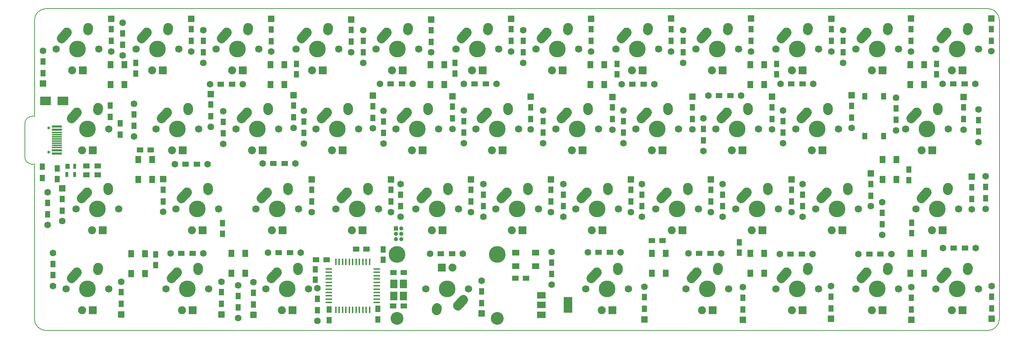
<source format=gbr>
%TF.GenerationSoftware,KiCad,Pcbnew,(5.0.0)*%
%TF.CreationDate,2018-08-07T02:05:28+03:00*%
%TF.ProjectId,cpm43,63706D34332E6B696361645F70636200,rev?*%
%TF.SameCoordinates,Original*%
%TF.FileFunction,Soldermask,Bot*%
%TF.FilePolarity,Negative*%
%FSLAX46Y46*%
G04 Gerber Fmt 4.6, Leading zero omitted, Abs format (unit mm)*
G04 Created by KiCad (PCBNEW (5.0.0)) date 08/07/18 02:05:28*
%MOMM*%
%LPD*%
G01*
G04 APERTURE LIST*
%ADD10C,0.200000*%
%ADD11R,1.400000X1.800000*%
%ADD12R,2.000000X1.500000*%
%ADD13R,2.000000X3.800000*%
%ADD14R,1.250000X1.500000*%
%ADD15R,1.500000X1.250000*%
%ADD16R,1.200000X1.600000*%
%ADD17C,1.600000*%
%ADD18R,1.600000X1.600000*%
%ADD19R,1.800000X1.400000*%
%ADD20C,1.750000*%
%ADD21R,1.905000X1.905000*%
%ADD22C,1.905000*%
%ADD23C,2.250000*%
%ADD24C,3.987800*%
%ADD25C,2.250000*%
%ADD26C,3.048000*%
%ADD27R,1.200000X1.500000*%
%ADD28R,1.500000X1.200000*%
%ADD29R,1.300000X1.540000*%
%ADD30R,1.300000X1.550000*%
%ADD31R,1.524000X0.406400*%
%ADD32R,0.406400X1.524000*%
%ADD33R,1.100000X1.300000*%
%ADD34R,0.700000X1.300000*%
%ADD35R,1.800000X2.100000*%
%ADD36C,0.650000*%
%ADD37R,2.450000X0.300000*%
%ADD38R,2.450000X0.600000*%
%ADD39R,2.650000X2.030000*%
%ADD40R,1.500000X1.300000*%
%ADD41R,1.300000X1.500000*%
%ADD42O,1.000000X1.000000*%
%ADD43R,1.000000X1.000000*%
G04 APERTURE END LIST*
D10*
X33274000Y-97282000D02*
X32766000Y-97282000D01*
X32766000Y-85852000D02*
X33274000Y-85852000D01*
X33274000Y-62992000D02*
X33274000Y-85852000D01*
X33274000Y-97282000D02*
X33274000Y-134112000D01*
X30988000Y-87630000D02*
X30988000Y-95504000D01*
X30988000Y-87630000D02*
G75*
G02X32766000Y-85852000I1778000J0D01*
G01*
X32766000Y-97282000D02*
G75*
G02X30988000Y-95504000I0J1778000D01*
G01*
X36068000Y-60198000D02*
X260350000Y-60198000D01*
X260350000Y-136906000D02*
X36068000Y-136906000D01*
X263144000Y-62992000D02*
X263144000Y-134112000D01*
X260350000Y-60198000D02*
G75*
G02X263144000Y-62992000I0J-2794000D01*
G01*
X263144000Y-134112000D02*
G75*
G02X260350000Y-136906000I-2794000J0D01*
G01*
X36068000Y-136906000D02*
G75*
G02X33274000Y-134112000I0J2794000D01*
G01*
X33274000Y-62992000D02*
G75*
G02X36068000Y-60198000I2794000J0D01*
G01*
D11*
X169036000Y-78346000D03*
X165736000Y-78346000D03*
X165736000Y-73546000D03*
X169036000Y-73546000D03*
D12*
X154045520Y-133130320D03*
X154045520Y-128530320D03*
X154045520Y-130830320D03*
D13*
X160345520Y-130830320D03*
D14*
X100203000Y-122321000D03*
X100203000Y-124821000D03*
X116385340Y-117555960D03*
X116385340Y-120055960D03*
X115049300Y-131744400D03*
X115049300Y-134244400D03*
D15*
X100350000Y-120015000D03*
X102850000Y-120015000D03*
D14*
X103444040Y-134437440D03*
X103444040Y-131937440D03*
D15*
X109875000Y-117475000D03*
X112375000Y-117475000D03*
D14*
X38735000Y-98318000D03*
X38735000Y-100818000D03*
X78079600Y-111348200D03*
X78079600Y-113848200D03*
X62179200Y-121290400D03*
X62179200Y-118790400D03*
D15*
X60940000Y-93853000D03*
X58440000Y-93853000D03*
D14*
X57404000Y-75672000D03*
X57404000Y-73172000D03*
X95694500Y-73362500D03*
X95694500Y-75862500D03*
X133477000Y-75672000D03*
X133477000Y-73172000D03*
X172085000Y-75862500D03*
X172085000Y-73362500D03*
X210058000Y-75862500D03*
X210058000Y-73362500D03*
X248158000Y-73362500D03*
X248158000Y-75862500D03*
X241554000Y-98572000D03*
X241554000Y-101072000D03*
X242265200Y-111221200D03*
X242265200Y-113721200D03*
X201168000Y-118364000D03*
X201168000Y-115864000D03*
D15*
X182860000Y-115443000D03*
X180360000Y-115443000D03*
X147848000Y-124460000D03*
X150348000Y-124460000D03*
D16*
X51562000Y-67922600D03*
X51562000Y-65122600D03*
D17*
X51562000Y-70422600D03*
D18*
X51562000Y-62622600D03*
X70662800Y-62622600D03*
D17*
X70662800Y-70422600D03*
D16*
X70662800Y-65122600D03*
X70662800Y-67922600D03*
X89687400Y-67948000D03*
X89687400Y-65148000D03*
D17*
X89687400Y-70448000D03*
D18*
X89687400Y-62648000D03*
X108762800Y-62800400D03*
D17*
X108762800Y-70600400D03*
D16*
X108762800Y-65300400D03*
X108762800Y-68100400D03*
X127812800Y-68125800D03*
X127812800Y-65325800D03*
D17*
X127812800Y-70625800D03*
D18*
X127812800Y-62825800D03*
D16*
X146837400Y-67922600D03*
X146837400Y-65122600D03*
D17*
X146837400Y-70422600D03*
D18*
X146837400Y-62622600D03*
D16*
X165887400Y-67922600D03*
X165887400Y-65122600D03*
D17*
X165887400Y-70422600D03*
D18*
X165887400Y-62622600D03*
D16*
X184937400Y-67897200D03*
X184937400Y-65097200D03*
D17*
X184937400Y-70397200D03*
D18*
X184937400Y-62597200D03*
D16*
X204012800Y-67897200D03*
X204012800Y-65097200D03*
D17*
X204012800Y-70397200D03*
D18*
X204012800Y-62597200D03*
D16*
X223088200Y-67922600D03*
X223088200Y-65122600D03*
D17*
X223088200Y-70422600D03*
D18*
X223088200Y-62622600D03*
D16*
X242112800Y-67897200D03*
X242112800Y-65097200D03*
D17*
X242112800Y-70397200D03*
D18*
X242112800Y-62597200D03*
D16*
X261175500Y-67884500D03*
X261175500Y-65084500D03*
D17*
X261175500Y-70384500D03*
D18*
X261175500Y-62584500D03*
D16*
X35306000Y-72768000D03*
X35306000Y-75568000D03*
D17*
X35306000Y-70268000D03*
D18*
X35306000Y-78068000D03*
D16*
X75311000Y-85855000D03*
X75311000Y-83055000D03*
D17*
X75311000Y-88355000D03*
D18*
X75311000Y-80555000D03*
D16*
X94996000Y-86109000D03*
X94996000Y-83309000D03*
D17*
X94996000Y-88609000D03*
D18*
X94996000Y-80809000D03*
D16*
X113919000Y-86236000D03*
X113919000Y-83436000D03*
D17*
X113919000Y-88736000D03*
D18*
X113919000Y-80936000D03*
D16*
X132842000Y-86363000D03*
X132842000Y-83563000D03*
D17*
X132842000Y-88863000D03*
D18*
X132842000Y-81063000D03*
D16*
X151511000Y-86490000D03*
X151511000Y-83690000D03*
D17*
X151511000Y-88990000D03*
D18*
X151511000Y-81190000D03*
X170942000Y-81253500D03*
D17*
X170942000Y-89053500D03*
D16*
X170942000Y-83753500D03*
X170942000Y-86553500D03*
X189992000Y-86490000D03*
X189992000Y-83690000D03*
D17*
X189992000Y-88990000D03*
D18*
X189992000Y-81190000D03*
D16*
X208978500Y-86490000D03*
X208978500Y-83690000D03*
D17*
X208978500Y-88990000D03*
D18*
X208978500Y-81190000D03*
D16*
X227901500Y-86172500D03*
X227901500Y-83372500D03*
D17*
X227901500Y-88672500D03*
D18*
X227901500Y-80872500D03*
D16*
X254635000Y-86553500D03*
X254635000Y-83753500D03*
D17*
X254635000Y-89053500D03*
D18*
X254635000Y-81253500D03*
D16*
X39878000Y-108334000D03*
X39878000Y-105534000D03*
D17*
X39878000Y-110834000D03*
D18*
X39878000Y-103034000D03*
X63982600Y-100836900D03*
D17*
X63982600Y-108636900D03*
D16*
X63982600Y-103336900D03*
X63982600Y-106136900D03*
D18*
X99314000Y-100875000D03*
D17*
X99314000Y-108675000D03*
D16*
X99314000Y-103375000D03*
X99314000Y-106175000D03*
D18*
X118237000Y-100875000D03*
D17*
X118237000Y-108675000D03*
D16*
X118237000Y-103375000D03*
X118237000Y-106175000D03*
D18*
X137287000Y-100875000D03*
D17*
X137287000Y-108675000D03*
D16*
X137287000Y-103375000D03*
X137287000Y-106175000D03*
D18*
X156337000Y-100875000D03*
D17*
X156337000Y-108675000D03*
D16*
X156337000Y-103375000D03*
X156337000Y-106175000D03*
X175387000Y-106175000D03*
X175387000Y-103375000D03*
D17*
X175387000Y-108675000D03*
D18*
X175387000Y-100875000D03*
X194437000Y-100875000D03*
D17*
X194437000Y-108675000D03*
D16*
X194437000Y-103375000D03*
X194437000Y-106175000D03*
D18*
X213614000Y-100875000D03*
D17*
X213614000Y-108675000D03*
D16*
X213614000Y-103375000D03*
X213614000Y-106175000D03*
D18*
X232537000Y-99478000D03*
D17*
X232537000Y-107278000D03*
D16*
X232537000Y-101978000D03*
X232537000Y-104778000D03*
D18*
X256540000Y-100240000D03*
D17*
X256540000Y-108040000D03*
D16*
X256540000Y-102740000D03*
X256540000Y-105540000D03*
D18*
X53975000Y-133059000D03*
D17*
X53975000Y-125259000D03*
D16*
X53975000Y-130559000D03*
X53975000Y-127759000D03*
D18*
X77851000Y-133059000D03*
D17*
X77851000Y-125259000D03*
D16*
X77851000Y-130559000D03*
X77851000Y-127759000D03*
D18*
X85471000Y-133186000D03*
D17*
X85471000Y-125386000D03*
D16*
X85471000Y-130686000D03*
X85471000Y-127886000D03*
D18*
X139827000Y-132868500D03*
D17*
X139827000Y-125068500D03*
D16*
X139827000Y-130368500D03*
X139827000Y-127568500D03*
D18*
X178562000Y-134265500D03*
D17*
X178562000Y-126465500D03*
D16*
X178562000Y-131765500D03*
X178562000Y-128965500D03*
D18*
X202057000Y-134392500D03*
D17*
X202057000Y-126592500D03*
D16*
X202057000Y-131892500D03*
X202057000Y-129092500D03*
D18*
X223012000Y-134125800D03*
D17*
X223012000Y-126325800D03*
D16*
X223012000Y-131625800D03*
X223012000Y-128825800D03*
D18*
X242189000Y-134392500D03*
D17*
X242189000Y-126592500D03*
D16*
X242189000Y-131892500D03*
X242189000Y-129092500D03*
D18*
X261302500Y-134138500D03*
D17*
X261302500Y-126338500D03*
D16*
X261302500Y-131638500D03*
X261302500Y-128838500D03*
D11*
X80201500Y-118504000D03*
X83501500Y-118504000D03*
X83501500Y-123304000D03*
X80201500Y-123304000D03*
X59625500Y-118567500D03*
X56325500Y-118567500D03*
X56325500Y-123367500D03*
X59625500Y-123367500D03*
X57976500Y-96152000D03*
X61276500Y-96152000D03*
X61276500Y-100952000D03*
X57976500Y-100952000D03*
X54736000Y-73546000D03*
X51436000Y-73546000D03*
X51436000Y-78346000D03*
X54736000Y-78346000D03*
X92836000Y-78346000D03*
X89536000Y-78346000D03*
X89536000Y-73546000D03*
X92836000Y-73546000D03*
X130936000Y-73546000D03*
X127636000Y-73546000D03*
X127636000Y-78346000D03*
X130936000Y-78346000D03*
X207136000Y-73546000D03*
X203836000Y-73546000D03*
X203836000Y-78346000D03*
X207136000Y-78346000D03*
X245236000Y-78346000D03*
X241936000Y-78346000D03*
X241936000Y-73546000D03*
X245236000Y-73546000D03*
X238632000Y-96152000D03*
X235332000Y-96152000D03*
X235332000Y-100952000D03*
X238632000Y-100952000D03*
X241872500Y-118504000D03*
X245172500Y-118504000D03*
X245172500Y-123304000D03*
X241872500Y-123304000D03*
X203772500Y-123304000D03*
X207072500Y-123304000D03*
X207072500Y-118504000D03*
X203772500Y-118504000D03*
X180341000Y-118504000D03*
X183641000Y-118504000D03*
X183641000Y-123304000D03*
X180341000Y-123304000D03*
D19*
X147894340Y-121614200D03*
X147894340Y-118314200D03*
X152694340Y-118314200D03*
X152694340Y-121614200D03*
D20*
X48599960Y-69856480D03*
X38439960Y-69856480D03*
D21*
X44789960Y-74936480D03*
D22*
X42249960Y-74936480D03*
D23*
X41019960Y-65856480D03*
D24*
X43519960Y-69856480D03*
D23*
X40364961Y-66586480D03*
D25*
X39709960Y-67316480D02*
X41019962Y-65856480D01*
D23*
X46059960Y-64776480D03*
X46039960Y-65066480D03*
D25*
X46019960Y-65356480D02*
X46059960Y-64776480D01*
D23*
X65089960Y-65066480D03*
D25*
X65069960Y-65356480D02*
X65109960Y-64776480D01*
D23*
X65109960Y-64776480D03*
X59414961Y-66586480D03*
D25*
X58759960Y-67316480D02*
X60069962Y-65856480D01*
D24*
X62569960Y-69856480D03*
D23*
X60069960Y-65856480D03*
D22*
X61299960Y-74936480D03*
D21*
X63839960Y-74936480D03*
D20*
X57489960Y-69856480D03*
X67649960Y-69856480D03*
D23*
X84139960Y-65066480D03*
D25*
X84119960Y-65356480D02*
X84159960Y-64776480D01*
D23*
X84159960Y-64776480D03*
X78464961Y-66586480D03*
D25*
X77809960Y-67316480D02*
X79119962Y-65856480D01*
D24*
X81619960Y-69856480D03*
D23*
X79119960Y-65856480D03*
D22*
X80349960Y-74936480D03*
D21*
X82889960Y-74936480D03*
D20*
X76539960Y-69856480D03*
X86699960Y-69856480D03*
X105749960Y-69856480D03*
X95589960Y-69856480D03*
D21*
X101939960Y-74936480D03*
D22*
X99399960Y-74936480D03*
D23*
X98169960Y-65856480D03*
D24*
X100669960Y-69856480D03*
D23*
X97514961Y-66586480D03*
D25*
X96859960Y-67316480D02*
X98169962Y-65856480D01*
D23*
X103209960Y-64776480D03*
X103189960Y-65066480D03*
D25*
X103169960Y-65356480D02*
X103209960Y-64776480D01*
D20*
X124799960Y-69856480D03*
X114639960Y-69856480D03*
D21*
X120989960Y-74936480D03*
D22*
X118449960Y-74936480D03*
D23*
X117219960Y-65856480D03*
D24*
X119719960Y-69856480D03*
D23*
X116564961Y-66586480D03*
D25*
X115909960Y-67316480D02*
X117219962Y-65856480D01*
D23*
X122259960Y-64776480D03*
X122239960Y-65066480D03*
D25*
X122219960Y-65356480D02*
X122259960Y-64776480D01*
D20*
X143849960Y-69856480D03*
X133689960Y-69856480D03*
D21*
X140039960Y-74936480D03*
D22*
X137499960Y-74936480D03*
D23*
X136269960Y-65856480D03*
D24*
X138769960Y-69856480D03*
D23*
X135614961Y-66586480D03*
D25*
X134959960Y-67316480D02*
X136269962Y-65856480D01*
D23*
X141309960Y-64776480D03*
X141289960Y-65066480D03*
D25*
X141269960Y-65356480D02*
X141309960Y-64776480D01*
D20*
X162899960Y-69856480D03*
X152739960Y-69856480D03*
D21*
X159089960Y-74936480D03*
D22*
X156549960Y-74936480D03*
D23*
X155319960Y-65856480D03*
D24*
X157819960Y-69856480D03*
D23*
X154664961Y-66586480D03*
D25*
X154009960Y-67316480D02*
X155319962Y-65856480D01*
D23*
X160359960Y-64776480D03*
X160339960Y-65066480D03*
D25*
X160319960Y-65356480D02*
X160359960Y-64776480D01*
D23*
X179389960Y-65066480D03*
D25*
X179369960Y-65356480D02*
X179409960Y-64776480D01*
D23*
X179409960Y-64776480D03*
X173714961Y-66586480D03*
D25*
X173059960Y-67316480D02*
X174369962Y-65856480D01*
D24*
X176869960Y-69856480D03*
D23*
X174369960Y-65856480D03*
D22*
X175599960Y-74936480D03*
D21*
X178139960Y-74936480D03*
D20*
X171789960Y-69856480D03*
X181949960Y-69856480D03*
X200999960Y-69856480D03*
X190839960Y-69856480D03*
D21*
X197189960Y-74936480D03*
D22*
X194649960Y-74936480D03*
D23*
X193419960Y-65856480D03*
D24*
X195919960Y-69856480D03*
D23*
X192764961Y-66586480D03*
D25*
X192109960Y-67316480D02*
X193419962Y-65856480D01*
D23*
X198459960Y-64776480D03*
X198439960Y-65066480D03*
D25*
X198419960Y-65356480D02*
X198459960Y-64776480D01*
D23*
X217489960Y-65066480D03*
D25*
X217469960Y-65356480D02*
X217509960Y-64776480D01*
D23*
X217509960Y-64776480D03*
X211814961Y-66586480D03*
D25*
X211159960Y-67316480D02*
X212469962Y-65856480D01*
D24*
X214969960Y-69856480D03*
D23*
X212469960Y-65856480D03*
D22*
X213699960Y-74936480D03*
D21*
X216239960Y-74936480D03*
D20*
X209889960Y-69856480D03*
X220049960Y-69856480D03*
X239099960Y-69856480D03*
X228939960Y-69856480D03*
D21*
X235289960Y-74936480D03*
D22*
X232749960Y-74936480D03*
D23*
X231519960Y-65856480D03*
D24*
X234019960Y-69856480D03*
D23*
X230864961Y-66586480D03*
D25*
X230209960Y-67316480D02*
X231519962Y-65856480D01*
D23*
X236559960Y-64776480D03*
X236539960Y-65066480D03*
D25*
X236519960Y-65356480D02*
X236559960Y-64776480D01*
D23*
X255589960Y-65066480D03*
D25*
X255569960Y-65356480D02*
X255609960Y-64776480D01*
D23*
X255609960Y-64776480D03*
X249914961Y-66586480D03*
D25*
X249259960Y-67316480D02*
X250569962Y-65856480D01*
D24*
X253069960Y-69856480D03*
D23*
X250569960Y-65856480D03*
D22*
X251799960Y-74936480D03*
D21*
X254339960Y-74936480D03*
D20*
X247989960Y-69856480D03*
X258149960Y-69856480D03*
D23*
X69850520Y-84116480D03*
D25*
X69830520Y-84406480D02*
X69870520Y-83826480D01*
D23*
X69870520Y-83826480D03*
X64175521Y-85636480D03*
D25*
X63520520Y-86366480D02*
X64830522Y-84906480D01*
D24*
X67330520Y-88906480D03*
D23*
X64830520Y-84906480D03*
D22*
X66060520Y-93986480D03*
D21*
X68600520Y-93986480D03*
D20*
X62250520Y-88906480D03*
X72410520Y-88906480D03*
X91460520Y-88906480D03*
X81300520Y-88906480D03*
D21*
X87650520Y-93986480D03*
D22*
X85110520Y-93986480D03*
D23*
X83880520Y-84906480D03*
D24*
X86380520Y-88906480D03*
D23*
X83225521Y-85636480D03*
D25*
X82570520Y-86366480D02*
X83880522Y-84906480D01*
D23*
X88920520Y-83826480D03*
X88900520Y-84116480D03*
D25*
X88880520Y-84406480D02*
X88920520Y-83826480D01*
D23*
X107950520Y-84116480D03*
D25*
X107930520Y-84406480D02*
X107970520Y-83826480D01*
D23*
X107970520Y-83826480D03*
X102275521Y-85636480D03*
D25*
X101620520Y-86366480D02*
X102930522Y-84906480D01*
D24*
X105430520Y-88906480D03*
D23*
X102930520Y-84906480D03*
D22*
X104160520Y-93986480D03*
D21*
X106700520Y-93986480D03*
D20*
X100350520Y-88906480D03*
X110510520Y-88906480D03*
X129560520Y-88906480D03*
X119400520Y-88906480D03*
D21*
X125750520Y-93986480D03*
D22*
X123210520Y-93986480D03*
D23*
X121980520Y-84906480D03*
D24*
X124480520Y-88906480D03*
D23*
X121325521Y-85636480D03*
D25*
X120670520Y-86366480D02*
X121980522Y-84906480D01*
D23*
X127020520Y-83826480D03*
X127000520Y-84116480D03*
D25*
X126980520Y-84406480D02*
X127020520Y-83826480D01*
D20*
X148610520Y-88906480D03*
X138450520Y-88906480D03*
D21*
X144800520Y-93986480D03*
D22*
X142260520Y-93986480D03*
D23*
X141030520Y-84906480D03*
D24*
X143530520Y-88906480D03*
D23*
X140375521Y-85636480D03*
D25*
X139720520Y-86366480D02*
X141030522Y-84906480D01*
D23*
X146070520Y-83826480D03*
X146050520Y-84116480D03*
D25*
X146030520Y-84406480D02*
X146070520Y-83826480D01*
D20*
X167660520Y-88906480D03*
X157500520Y-88906480D03*
D21*
X163850520Y-93986480D03*
D22*
X161310520Y-93986480D03*
D23*
X160080520Y-84906480D03*
D24*
X162580520Y-88906480D03*
D23*
X159425521Y-85636480D03*
D25*
X158770520Y-86366480D02*
X160080522Y-84906480D01*
D23*
X165120520Y-83826480D03*
X165100520Y-84116480D03*
D25*
X165080520Y-84406480D02*
X165120520Y-83826480D01*
D20*
X186710520Y-88906480D03*
X176550520Y-88906480D03*
D21*
X182900520Y-93986480D03*
D22*
X180360520Y-93986480D03*
D23*
X179130520Y-84906480D03*
D24*
X181630520Y-88906480D03*
D23*
X178475521Y-85636480D03*
D25*
X177820520Y-86366480D02*
X179130522Y-84906480D01*
D23*
X184170520Y-83826480D03*
X184150520Y-84116480D03*
D25*
X184130520Y-84406480D02*
X184170520Y-83826480D01*
D20*
X205760520Y-88906480D03*
X195600520Y-88906480D03*
D21*
X201950520Y-93986480D03*
D22*
X199410520Y-93986480D03*
D23*
X198180520Y-84906480D03*
D24*
X200680520Y-88906480D03*
D23*
X197525521Y-85636480D03*
D25*
X196870520Y-86366480D02*
X198180522Y-84906480D01*
D23*
X203220520Y-83826480D03*
X203200520Y-84116480D03*
D25*
X203180520Y-84406480D02*
X203220520Y-83826480D01*
D23*
X222250520Y-84116480D03*
D25*
X222230520Y-84406480D02*
X222270520Y-83826480D01*
D23*
X222270520Y-83826480D03*
X216575521Y-85636480D03*
D25*
X215920520Y-86366480D02*
X217230522Y-84906480D01*
D24*
X219730520Y-88906480D03*
D23*
X217230520Y-84906480D03*
D22*
X218460520Y-93986480D03*
D21*
X221000520Y-93986480D03*
D20*
X214650520Y-88906480D03*
X224810520Y-88906480D03*
D23*
X248444960Y-84112200D03*
D25*
X248424960Y-84402200D02*
X248464960Y-83822200D01*
D23*
X248464960Y-83822200D03*
X242769961Y-85632200D03*
D25*
X242114960Y-86362200D02*
X243424962Y-84902200D01*
D24*
X245924960Y-88902200D03*
D23*
X243424960Y-84902200D03*
D22*
X244654960Y-93982200D03*
D21*
X247194960Y-93982200D03*
D20*
X240844960Y-88902200D03*
X251004960Y-88902200D03*
D23*
X50800320Y-103165080D03*
D25*
X50780320Y-103455080D02*
X50820320Y-102875080D01*
D23*
X50820320Y-102875080D03*
X45125321Y-104685080D03*
D25*
X44470320Y-105415080D02*
X45780322Y-103955080D01*
D24*
X48280320Y-107955080D03*
D23*
X45780320Y-103955080D03*
D22*
X47010320Y-113035080D03*
D21*
X49550320Y-113035080D03*
D20*
X43200320Y-107955080D03*
X53360320Y-107955080D03*
D23*
X74607920Y-103165680D03*
D25*
X74587920Y-103455680D02*
X74627920Y-102875680D01*
D23*
X74627920Y-102875680D03*
X68932921Y-104685680D03*
D25*
X68277920Y-105415680D02*
X69587922Y-103955680D01*
D24*
X72087920Y-107955680D03*
D23*
X69587920Y-103955680D03*
D22*
X70817920Y-113035680D03*
D21*
X73357920Y-113035680D03*
D20*
X67007920Y-107955680D03*
X77167920Y-107955680D03*
D23*
X93657920Y-103165680D03*
D25*
X93637920Y-103455680D02*
X93677920Y-102875680D01*
D23*
X93677920Y-102875680D03*
X87982921Y-104685680D03*
D25*
X87327920Y-105415680D02*
X88637922Y-103955680D01*
D24*
X91137920Y-107955680D03*
D23*
X88637920Y-103955680D03*
D22*
X89867920Y-113035680D03*
D21*
X92407920Y-113035680D03*
D20*
X86057920Y-107955680D03*
X96217920Y-107955680D03*
X115267920Y-107955680D03*
X105107920Y-107955680D03*
D21*
X111457920Y-113035680D03*
D22*
X108917920Y-113035680D03*
D23*
X107687920Y-103955680D03*
D24*
X110187920Y-107955680D03*
D23*
X107032921Y-104685680D03*
D25*
X106377920Y-105415680D02*
X107687922Y-103955680D01*
D23*
X112727920Y-102875680D03*
X112707920Y-103165680D03*
D25*
X112687920Y-103455680D02*
X112727920Y-102875680D01*
D23*
X131757920Y-103165680D03*
D25*
X131737920Y-103455680D02*
X131777920Y-102875680D01*
D23*
X131777920Y-102875680D03*
X126082921Y-104685680D03*
D25*
X125427920Y-105415680D02*
X126737922Y-103955680D01*
D24*
X129237920Y-107955680D03*
D23*
X126737920Y-103955680D03*
D22*
X127967920Y-113035680D03*
D21*
X130507920Y-113035680D03*
D20*
X124157920Y-107955680D03*
X134317920Y-107955680D03*
D23*
X150807920Y-103165680D03*
D25*
X150787920Y-103455680D02*
X150827920Y-102875680D01*
D23*
X150827920Y-102875680D03*
X145132921Y-104685680D03*
D25*
X144477920Y-105415680D02*
X145787922Y-103955680D01*
D24*
X148287920Y-107955680D03*
D23*
X145787920Y-103955680D03*
D22*
X147017920Y-113035680D03*
D21*
X149557920Y-113035680D03*
D20*
X143207920Y-107955680D03*
X153367920Y-107955680D03*
D23*
X169857920Y-103165680D03*
D25*
X169837920Y-103455680D02*
X169877920Y-102875680D01*
D23*
X169877920Y-102875680D03*
X164182921Y-104685680D03*
D25*
X163527920Y-105415680D02*
X164837922Y-103955680D01*
D24*
X167337920Y-107955680D03*
D23*
X164837920Y-103955680D03*
D22*
X166067920Y-113035680D03*
D21*
X168607920Y-113035680D03*
D20*
X162257920Y-107955680D03*
X172417920Y-107955680D03*
D23*
X188907920Y-103165680D03*
D25*
X188887920Y-103455680D02*
X188927920Y-102875680D01*
D23*
X188927920Y-102875680D03*
X183232921Y-104685680D03*
D25*
X182577920Y-105415680D02*
X183887922Y-103955680D01*
D24*
X186387920Y-107955680D03*
D23*
X183887920Y-103955680D03*
D22*
X185117920Y-113035680D03*
D21*
X187657920Y-113035680D03*
D20*
X181307920Y-107955680D03*
X191467920Y-107955680D03*
X210517920Y-107955680D03*
X200357920Y-107955680D03*
D21*
X206707920Y-113035680D03*
D22*
X204167920Y-113035680D03*
D23*
X202937920Y-103955680D03*
D24*
X205437920Y-107955680D03*
D23*
X202282921Y-104685680D03*
D25*
X201627920Y-105415680D02*
X202937922Y-103955680D01*
D23*
X207977920Y-102875680D03*
X207957920Y-103165680D03*
D25*
X207937920Y-103455680D02*
X207977920Y-102875680D01*
D20*
X229567920Y-107955680D03*
X219407920Y-107955680D03*
D21*
X225757920Y-113035680D03*
D22*
X223217920Y-113035680D03*
D23*
X221987920Y-103955680D03*
D24*
X224487920Y-107955680D03*
D23*
X221332921Y-104685680D03*
D25*
X220677920Y-105415680D02*
X221987922Y-103955680D01*
D23*
X227027920Y-102875680D03*
X227007920Y-103165680D03*
D25*
X226987920Y-103455680D02*
X227027920Y-102875680D01*
D23*
X48420340Y-122212540D03*
D25*
X48400340Y-122502540D02*
X48440340Y-121922540D01*
D23*
X48440340Y-121922540D03*
X42745341Y-123732540D03*
D25*
X42090340Y-124462540D02*
X43400342Y-123002540D01*
D24*
X45900340Y-127002540D03*
D23*
X43400340Y-123002540D03*
D22*
X44630340Y-132082540D03*
D21*
X47170340Y-132082540D03*
D20*
X40820340Y-127002540D03*
X50980340Y-127002540D03*
X74792240Y-127002540D03*
X64632240Y-127002540D03*
D21*
X70982240Y-132082540D03*
D22*
X68442240Y-132082540D03*
D23*
X67212240Y-123002540D03*
D24*
X69712240Y-127002540D03*
D23*
X66557241Y-123732540D03*
D25*
X65902240Y-124462540D02*
X67212242Y-123002540D01*
D23*
X72252240Y-121922540D03*
X72232240Y-122212540D03*
D25*
X72212240Y-122502540D02*
X72252240Y-121922540D01*
D20*
X98602800Y-127002540D03*
X88442800Y-127002540D03*
D21*
X94792800Y-132082540D03*
D22*
X92252800Y-132082540D03*
D23*
X91022800Y-123002540D03*
D24*
X93522800Y-127002540D03*
D23*
X90367801Y-123732540D03*
D25*
X89712800Y-124462540D02*
X91022802Y-123002540D01*
D23*
X96062800Y-121922540D03*
X96042800Y-122212540D03*
D25*
X96022800Y-122502540D02*
X96062800Y-121922540D01*
D23*
X129087560Y-131784920D03*
D25*
X129107560Y-131494920D02*
X129067560Y-132074920D01*
D23*
X129067560Y-132074920D03*
X134762559Y-130264920D03*
D25*
X135417560Y-129534920D02*
X134107558Y-130994920D01*
D24*
X131607560Y-126994920D03*
D23*
X134107560Y-130994920D03*
D22*
X132877560Y-121914920D03*
D21*
X130337560Y-121914920D03*
D20*
X136687560Y-126994920D03*
X126527560Y-126994920D03*
D26*
X143545560Y-133979920D03*
X119669560Y-133979920D03*
D24*
X143545560Y-118739920D03*
X119669560Y-118739920D03*
D23*
X172242200Y-122212540D03*
D25*
X172222200Y-122502540D02*
X172262200Y-121922540D01*
D23*
X172262200Y-121922540D03*
X166567201Y-123732540D03*
D25*
X165912200Y-124462540D02*
X167222202Y-123002540D01*
D24*
X169722200Y-127002540D03*
D23*
X167222200Y-123002540D03*
D22*
X168452200Y-132082540D03*
D21*
X170992200Y-132082540D03*
D20*
X164642200Y-127002540D03*
X174802200Y-127002540D03*
X198615300Y-127002540D03*
X188455300Y-127002540D03*
D21*
X194805300Y-132082540D03*
D22*
X192265300Y-132082540D03*
D23*
X191035300Y-123002540D03*
D24*
X193535300Y-127002540D03*
D23*
X190380301Y-123732540D03*
D25*
X189725300Y-124462540D02*
X191035302Y-123002540D01*
D23*
X196075300Y-121922540D03*
X196055300Y-122212540D03*
D25*
X196035300Y-122502540D02*
X196075300Y-121922540D01*
D23*
X217487220Y-122212540D03*
D25*
X217467220Y-122502540D02*
X217507220Y-121922540D01*
D23*
X217507220Y-121922540D03*
X211812221Y-123732540D03*
D25*
X211157220Y-124462540D02*
X212467222Y-123002540D01*
D24*
X214967220Y-127002540D03*
D23*
X212467220Y-123002540D03*
D22*
X213697220Y-132082540D03*
D21*
X216237220Y-132082540D03*
D20*
X209887220Y-127002540D03*
X220047220Y-127002540D03*
D23*
X236537220Y-122212540D03*
D25*
X236517220Y-122502540D02*
X236557220Y-121922540D01*
D23*
X236557220Y-121922540D03*
X230862221Y-123732540D03*
D25*
X230207220Y-124462540D02*
X231517222Y-123002540D01*
D24*
X234017220Y-127002540D03*
D23*
X231517220Y-123002540D03*
D22*
X232747220Y-132082540D03*
D21*
X235287220Y-132082540D03*
D20*
X228937220Y-127002540D03*
X239097220Y-127002540D03*
D23*
X255587220Y-122212540D03*
D25*
X255567220Y-122502540D02*
X255607220Y-121922540D01*
D23*
X255607220Y-121922540D03*
X249912221Y-123732540D03*
D25*
X249257220Y-124462540D02*
X250567222Y-123002540D01*
D24*
X253067220Y-127002540D03*
D23*
X250567220Y-123002540D03*
D22*
X251797220Y-132082540D03*
D21*
X254337220Y-132082540D03*
D20*
X247987220Y-127002540D03*
X258147220Y-127002540D03*
D27*
X156514800Y-123422400D03*
X156514800Y-120722400D03*
D17*
X156514800Y-125972400D03*
X156514800Y-118172400D03*
X238506000Y-81444000D03*
X238506000Y-89244000D03*
D27*
X238506000Y-83994000D03*
X238506000Y-86694000D03*
D17*
X100711000Y-134608400D03*
X100711000Y-126808400D03*
D27*
X100711000Y-132058400D03*
X100711000Y-129358400D03*
D17*
X54330600Y-71337000D03*
X54330600Y-63537000D03*
D27*
X54330600Y-68787000D03*
X54330600Y-66087000D03*
D17*
X73533000Y-73115000D03*
X73533000Y-65315000D03*
D27*
X73533000Y-70565000D03*
X73533000Y-67865000D03*
D28*
X80344000Y-78232000D03*
X77644000Y-78232000D03*
D17*
X82894000Y-78232000D03*
X75094000Y-78232000D03*
X111633000Y-73115000D03*
X111633000Y-65315000D03*
D27*
X111633000Y-70565000D03*
X111633000Y-67865000D03*
D28*
X120857000Y-78105000D03*
X118157000Y-78105000D03*
D17*
X123407000Y-78105000D03*
X115607000Y-78105000D03*
D28*
X140796000Y-78105000D03*
X138096000Y-78105000D03*
D17*
X143346000Y-78105000D03*
X135546000Y-78105000D03*
X149733000Y-73115000D03*
X149733000Y-65315000D03*
D27*
X149733000Y-70565000D03*
X149733000Y-67865000D03*
D28*
X178388000Y-78232000D03*
X175688000Y-78232000D03*
D17*
X180938000Y-78232000D03*
X173138000Y-78232000D03*
X187833000Y-73115000D03*
X187833000Y-65315000D03*
D27*
X187833000Y-70565000D03*
X187833000Y-67865000D03*
D28*
X216234000Y-78105000D03*
X213534000Y-78105000D03*
D17*
X218784000Y-78105000D03*
X210984000Y-78105000D03*
X225933000Y-73115000D03*
X225933000Y-65315000D03*
D27*
X225933000Y-70565000D03*
X225933000Y-67865000D03*
D28*
X254842000Y-78105000D03*
X252142000Y-78105000D03*
D17*
X257392000Y-78105000D03*
X249592000Y-78105000D03*
X57023000Y-90641000D03*
X57023000Y-82841000D03*
D27*
X57023000Y-88091000D03*
X57023000Y-85391000D03*
X78232000Y-87194400D03*
X78232000Y-89894400D03*
D17*
X78232000Y-84644400D03*
X78232000Y-92444400D03*
X97434400Y-92342800D03*
X97434400Y-84542800D03*
D27*
X97434400Y-89792800D03*
X97434400Y-87092800D03*
X116433600Y-87092800D03*
X116433600Y-89792800D03*
D17*
X116433600Y-84542800D03*
X116433600Y-92342800D03*
D27*
X135534400Y-87042000D03*
X135534400Y-89742000D03*
D17*
X135534400Y-84492000D03*
X135534400Y-92292000D03*
X154482800Y-92292000D03*
X154482800Y-84492000D03*
D27*
X154482800Y-89742000D03*
X154482800Y-87042000D03*
X173545500Y-87042000D03*
X173545500Y-89742000D03*
D17*
X173545500Y-84492000D03*
X173545500Y-92292000D03*
X192608200Y-94120800D03*
X192608200Y-86320800D03*
D27*
X192608200Y-91570800D03*
X192608200Y-88870800D03*
D28*
X199089000Y-80899000D03*
X196389000Y-80899000D03*
D17*
X201639000Y-80899000D03*
X193839000Y-80899000D03*
X211582000Y-92292000D03*
X211582000Y-84492000D03*
D27*
X211582000Y-89742000D03*
X211582000Y-87042000D03*
D17*
X258191000Y-92038000D03*
X258191000Y-84238000D03*
D27*
X258191000Y-89488000D03*
X258191000Y-86788000D03*
X36449000Y-109173000D03*
X36449000Y-106473000D03*
D17*
X36449000Y-111723000D03*
X36449000Y-103923000D03*
X66712000Y-97282000D03*
X74512000Y-97282000D03*
D28*
X69262000Y-97282000D03*
X71962000Y-97282000D03*
X92917000Y-97129600D03*
X90217000Y-97129600D03*
D17*
X95467000Y-97129600D03*
X87667000Y-97129600D03*
X120523000Y-109818000D03*
X120523000Y-102018000D03*
D27*
X120523000Y-107268000D03*
X120523000Y-104568000D03*
X140208000Y-104568000D03*
X140208000Y-107268000D03*
D17*
X140208000Y-102018000D03*
X140208000Y-109818000D03*
D27*
X159258000Y-104568000D03*
X159258000Y-107268000D03*
D17*
X159258000Y-102018000D03*
X159258000Y-109818000D03*
X177995580Y-109787520D03*
X177995580Y-101987520D03*
D27*
X177995580Y-107237520D03*
X177995580Y-104537520D03*
X197231000Y-104568000D03*
X197231000Y-107268000D03*
D17*
X197231000Y-102018000D03*
X197231000Y-109818000D03*
X216281000Y-109818000D03*
X216281000Y-102018000D03*
D27*
X216281000Y-107268000D03*
X216281000Y-104568000D03*
X235204000Y-108886000D03*
X235204000Y-111586000D03*
D17*
X235204000Y-106336000D03*
X235204000Y-114136000D03*
D27*
X259842000Y-105363000D03*
X259842000Y-102663000D03*
D17*
X259842000Y-107913000D03*
X259842000Y-100113000D03*
X37719000Y-118481000D03*
X37719000Y-126281000D03*
D27*
X37719000Y-121031000D03*
X37719000Y-123731000D03*
D28*
X70946000Y-118491000D03*
X68246000Y-118491000D03*
D17*
X73496000Y-118491000D03*
X65696000Y-118491000D03*
X88937000Y-118364000D03*
X96737000Y-118364000D03*
D28*
X91487000Y-118364000D03*
X94187000Y-118364000D03*
X132795000Y-118618000D03*
X130095000Y-118618000D03*
D17*
X135345000Y-118618000D03*
X127545000Y-118618000D03*
X165137000Y-118300500D03*
X172937000Y-118300500D03*
D28*
X167687000Y-118300500D03*
X170387000Y-118300500D03*
D17*
X189076500Y-118491000D03*
X196876500Y-118491000D03*
D28*
X191626500Y-118491000D03*
X194326500Y-118491000D03*
X216107000Y-118681500D03*
X213407000Y-118681500D03*
D17*
X218657000Y-118681500D03*
X210857000Y-118681500D03*
X229589500Y-118681500D03*
X237389500Y-118681500D03*
D28*
X232139500Y-118681500D03*
X234839500Y-118681500D03*
X254918200Y-117271800D03*
X252218200Y-117271800D03*
D17*
X257468200Y-117271800D03*
X249668200Y-117271800D03*
X81788000Y-133948000D03*
X81788000Y-126148000D03*
D27*
X81788000Y-131398000D03*
X81788000Y-128698000D03*
D29*
X235574400Y-90602000D03*
D30*
X231074400Y-90602000D03*
X231074400Y-81102000D03*
X235574400Y-81102000D03*
D31*
X103378000Y-126238000D03*
X103378000Y-125437900D03*
X103378000Y-124637800D03*
X103378000Y-123837700D03*
X103378000Y-123037600D03*
X103378000Y-122237500D03*
X103378000Y-127038100D03*
X103378000Y-127838200D03*
X103378000Y-128638300D03*
X103378000Y-129438400D03*
X103378000Y-130238500D03*
X114808000Y-126238000D03*
X114808000Y-125437900D03*
X114808000Y-124637800D03*
X114808000Y-123837700D03*
X114808000Y-123037600D03*
X114808000Y-122237500D03*
X114808000Y-127038100D03*
X114808000Y-127838200D03*
X114808000Y-128638300D03*
X114808000Y-129438400D03*
X114808000Y-130238500D03*
D32*
X109093000Y-120523000D03*
X109093000Y-131953000D03*
X109893100Y-120523000D03*
X109893100Y-131953000D03*
X110693200Y-131953000D03*
X110693200Y-120523000D03*
X111493300Y-120523000D03*
X111493300Y-131953000D03*
X112293400Y-131953000D03*
X112293400Y-120523000D03*
X113093500Y-120523000D03*
X113093500Y-131953000D03*
X108292900Y-131953000D03*
X108292900Y-120523000D03*
X107492800Y-120523000D03*
X107492800Y-131953000D03*
X106692700Y-131953000D03*
X106692700Y-120523000D03*
X105892600Y-120523000D03*
X105892600Y-131953000D03*
X105092500Y-131953000D03*
X105092500Y-120523000D03*
D33*
X41160000Y-97742500D03*
D34*
X42860000Y-97742500D03*
X42860000Y-99742500D03*
X40960000Y-99742500D03*
D35*
X121165000Y-128704000D03*
X121165000Y-125804000D03*
X118865000Y-125804000D03*
X118865000Y-128704000D03*
D15*
X121239600Y-131064000D03*
X118739600Y-131064000D03*
X121264999Y-123063000D03*
X118765001Y-123063000D03*
D23*
X250825320Y-103162540D03*
D25*
X250805320Y-103452540D02*
X250845320Y-102872540D01*
D23*
X250845320Y-102872540D03*
X245150321Y-104682540D03*
D25*
X244495320Y-105412540D02*
X245805322Y-103952540D01*
D24*
X248305320Y-107952540D03*
D23*
X245805320Y-103952540D03*
D22*
X247035320Y-113032540D03*
D21*
X249575320Y-113032540D03*
D20*
X243225320Y-107952540D03*
X253385320Y-107952540D03*
D23*
X48419960Y-84116480D03*
D25*
X48399960Y-84406480D02*
X48439960Y-83826480D01*
D23*
X48439960Y-83826480D03*
X42744961Y-85636480D03*
D25*
X42089960Y-86366480D02*
X43399962Y-84906480D01*
D24*
X45899960Y-88906480D03*
D23*
X43399960Y-84906480D03*
D22*
X44629960Y-93986480D03*
D21*
X47169960Y-93986480D03*
D20*
X50979960Y-88906480D03*
D36*
X36666500Y-94393500D03*
X36666500Y-88613500D03*
D37*
X38611500Y-91753500D03*
X38611500Y-91253500D03*
X38611500Y-90753500D03*
X38611500Y-92253500D03*
X38611500Y-90253500D03*
X38611500Y-92753500D03*
X38611500Y-89753500D03*
X38611500Y-93253500D03*
D38*
X38611500Y-93953500D03*
X38611500Y-89053500D03*
X38611500Y-94728500D03*
X38611500Y-88278500D03*
D39*
X40063000Y-82169000D03*
X35883000Y-82169000D03*
D40*
X45640000Y-99806760D03*
X48340000Y-99806760D03*
X45640000Y-97663000D03*
X48340000Y-97663000D03*
D41*
X51348640Y-86015820D03*
X51348640Y-83315820D03*
X53721000Y-87550000D03*
X53721000Y-90250000D03*
X35179000Y-97837000D03*
X35179000Y-100537000D03*
D42*
X120675400Y-115171220D03*
X119405400Y-115171220D03*
X120675400Y-113901220D03*
X119405400Y-113901220D03*
X120675400Y-112631220D03*
D43*
X119405400Y-112631220D03*
M02*

</source>
